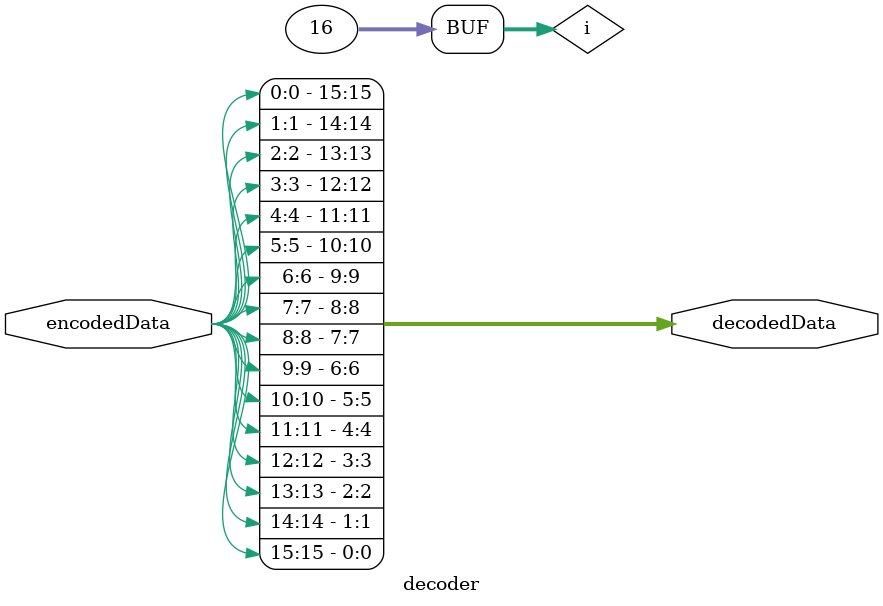
<source format=v>
`timescale 1ns / 1ps

module decoder(encodedData, decodedData);
  input [15:0] encodedData;
  output reg [15:0] decodedData;
  
  integer i;
  
  always @ (encodedData)
    begin 
      for (i = 0; i < 16; i = i + 1)
        begin
          decodedData[i] = encodedData[15-i];
        end
    end
  
endmodule

</source>
